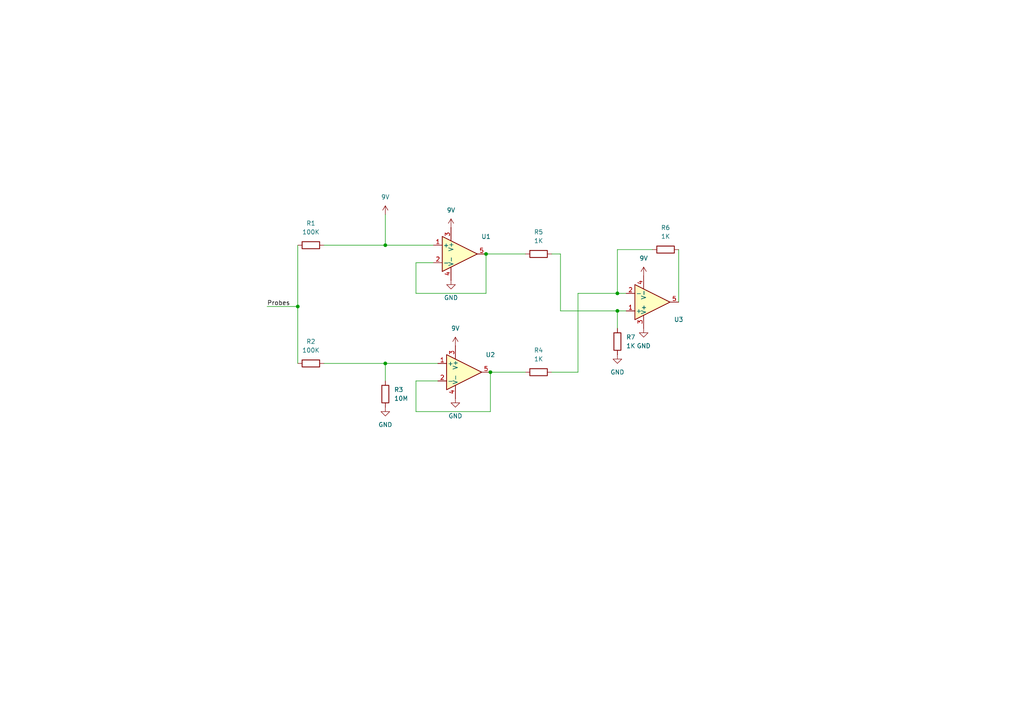
<source format=kicad_sch>
(kicad_sch (version 20231120) (generator "eeschema") (generator_version "8.0")
  (paper "A4")
  (title_block (title "Moisture Sensor Circuit") (date "10/7/24"))
  (lib_symbols
    (symbol "Device:R" (pin_numbers hide) (pin_names (offset 0))
      (property "Reference" "R" (at 2.032 0 90))
      (property "Value" "R" (at 0 0 90))
      (symbol "R_0_1"
        (rectangle (start -1.016 -2.54) (end 1.016 2.54) (stroke (width 0.254)))
      )
      (symbol "R_1_1"
        (pin passive line (at 0 3.81 270) (length 1.27) (name "~") (number "1"))
        (pin passive line (at 0 -3.81 90) (length 1.27) (name "~") (number "2"))
      )
    )
    (symbol "Simulation_SPICE:OPAMP" (pin_names (offset 0.254))
      (property "Reference" "U" (at 3.81 3.175 0))
      (property "Value" "${SIM.PARAMS}" (at 3.81 -3.175 0))
      (symbol "OPAMP_0_1"
        (polyline (pts (xy 5.08 0) (xy -5.08 5.08) (xy -5.08 -5.08) (xy 5.08 0)) (stroke (width 0.254)) (fill (type background)))
      )
      (symbol "OPAMP_1_1"
        (pin input line (at -7.62 2.54 0) (length 2.54) (name "+") (number "1"))
        (pin input line (at -7.62 -2.54 0) (length 2.54) (name "-") (number "2"))
        (pin power_in line (at -2.54 7.62 270) (length 3.81) (name "V+") (number "3"))
        (pin power_in line (at -2.54 -7.62 90) (length 3.81) (name "V-") (number "4"))
        (pin output line (at 7.62 0 180) (length 2.54) (name "~") (number "5"))
      )
    )
    (symbol "power:GND" (power) (pin_numbers hide) (pin_names (offset 0) hide)
      (property "Value" "GND" (at 0 -3.81 0))
      (symbol "GND_0_1"
        (polyline (pts (xy 0 0) (xy 0 -1.27) (xy 1.27 -1.27) (xy 0 -2.54) (xy -1.27 -1.27) (xy 0 -1.27)))
      )
      (symbol "GND_1_1"
        (pin power_in line (at 0 0 270) (length 0) (name "~") (number "1"))
      )
    )
    (symbol "power:VCC" (power) (pin_numbers hide) (pin_names (offset 0) hide)
      (property "Value" "VCC" (at 0 3.556 0))
      (symbol "VCC_0_1"
        (polyline (pts (xy -0.762 1.27) (xy 0 2.54)))
        (polyline (pts (xy 0 0) (xy 0 2.54)))
        (polyline (pts (xy 0 2.54) (xy 0.762 1.27)))
      )
      (symbol "VCC_1_1"
        (pin power_in line (at 0 0 90) (length 0) (name "~") (number "1"))
      )
    )
  )
  (junction (at 142.24 107.95))
  (junction (at 179.07 90.17))
  (junction (at 111.76 71.12))
  (junction (at 179.07 85.09))
  (junction (at 86.36 88.9))
  (junction (at 111.76 105.41))
  (junction (at 140.97 73.66))
  (wire (pts (xy 162.56 73.66) (xy 162.56 90.17)))
  (wire (pts (xy 140.97 73.66) (xy 140.97 85.09)))
  (wire (pts (xy 93.98 71.12) (xy 111.76 71.12)))
  (wire (pts (xy 140.97 73.66) (xy 152.4 73.66)))
  (wire (pts (xy 86.36 88.9) (xy 86.36 105.41)))
  (wire (pts (xy 127 110.49) (xy 120.65 110.49)))
  (wire (pts (xy 189.23 72.39) (xy 179.07 72.39)))
  (wire (pts (xy 179.07 90.17) (xy 181.61 90.17)))
  (wire (pts (xy 86.36 71.12) (xy 86.36 88.9)))
  (wire (pts (xy 179.07 85.09) (xy 181.61 85.09)))
  (wire (pts (xy 120.65 110.49) (xy 120.65 119.38)))
  (wire (pts (xy 120.65 76.2) (xy 120.65 85.09)))
  (wire (pts (xy 120.65 85.09) (xy 140.97 85.09)))
  (wire (pts (xy 93.98 105.41) (xy 111.76 105.41)))
  (wire (pts (xy 142.24 107.95) (xy 152.4 107.95)))
  (wire (pts (xy 160.02 73.66) (xy 162.56 73.66)))
  (wire (pts (xy 162.56 90.17) (xy 179.07 90.17)))
  (wire (pts (xy 120.65 119.38) (xy 142.24 119.38)))
  (wire (pts (xy 167.64 85.09) (xy 179.07 85.09)))
  (wire (pts (xy 125.73 76.2) (xy 120.65 76.2)))
  (wire (pts (xy 142.24 119.38) (xy 142.24 107.95)))
  (wire (pts (xy 179.07 90.17) (xy 179.07 95.25)))
  (wire (pts (xy 111.76 105.41) (xy 127 105.41)))
  (wire (pts (xy 196.85 72.39) (xy 196.85 87.63)))
  (wire (pts (xy 111.76 62.23) (xy 111.76 71.12)))
  (wire (pts (xy 167.64 107.95) (xy 167.64 85.09)))
  (wire (pts (xy 160.02 107.95) (xy 167.64 107.95)))
  (wire (pts (xy 111.76 71.12) (xy 125.73 71.12)))
  (wire (pts (xy 111.76 105.41) (xy 111.76 110.49)))
  (wire (pts (xy 77.47 88.9) (xy 86.36 88.9)))
  (wire (pts (xy 179.07 72.39) (xy 179.07 85.09)))
  (label "Probes" (at 77.47 88.9 0))
  (symbol (lib_id "power:GND") (at 111.76 118.11 0) (unit 1)
    (property "Reference" "#PWR02" (effects (hide yes)))
    (property "Value" "GND" (at 111.76 123.19 0))
    (property "Description" "Power symbol creates a global label with name \"GND\" , ground" (effects (hide yes)))
  )
  (symbol (lib_id "power:VCC") (at 111.76 62.23 0) (unit 1)
    (property "Reference" "#PWR01" (effects (hide yes)))
    (property "Value" "9V" (at 111.76 57.15 0))
    (property "Description" "Power symbol creates a global label with name \"VCC\"" (effects (hide yes)))
  )
  (symbol (lib_id "Device:R") (at 156.21 73.66 90) (unit 1)
    (property "Reference" "R5" (at 156.21 67.31 90))
    (property "Value" "1K" (at 156.21 69.85 90))
    (property "Description" "Resistor" (effects (hide yes)))
  )
  (symbol (lib_id "Device:R") (at 90.17 105.41 90) (unit 1)
    (property "Reference" "R2" (at 90.17 99.06 90))
    (property "Value" "100K" (at 90.17 101.6 90))
    (property "Description" "Resistor" (effects (hide yes)))
  )
  (symbol (lib_id "Device:R") (at 111.76 114.3 180) (unit 1)
    (property "Reference" "R3" (at 114.3 113.0299 0) (effects (justify right)))
    (property "Value" "10M" (at 114.3 115.5699 0) (effects (justify right)))
    (property "Description" "Resistor" (effects (hide yes)))
  )
  (symbol (lib_id "power:GND") (at 130.81 81.28 0) (unit 1)
    (property "Reference" "#PWR04" (effects (hide yes)))
    (property "Value" "GND" (at 130.81 86.36 0))
    (property "Description" "Power symbol creates a global label with name \"GND\" , ground" (effects (hide yes)))
  )
  (symbol (lib_id "power:VCC") (at 130.81 66.04 0) (unit 1)
    (property "Reference" "#PWR07" (effects (hide yes)))
    (property "Value" "9V" (at 130.81 60.96 0))
    (property "Description" "Power symbol creates a global label with name \"VCC\"" (effects (hide yes)))
  )
  (symbol (lib_id "Device:R") (at 179.07 99.06 180) (unit 1)
    (property "Reference" "R7" (at 181.61 97.7899 0) (effects (justify right)))
    (property "Value" "1K" (at 181.61 100.3299 0) (effects (justify right)))
    (property "Description" "Resistor" (effects (hide yes)))
  )
  (symbol (lib_id "power:GND") (at 179.07 102.87 0) (unit 1)
    (property "Reference" "#PWR03" (effects (hide yes)))
    (property "Value" "GND" (at 179.07 107.95 0))
    (property "Description" "Power symbol creates a global label with name \"GND\" , ground" (effects (hide yes)))
  )
  (symbol (lib_id "Simulation_SPICE:OPAMP") (at 133.35 73.66 0) (unit 1)
    (property "Reference" "U1" (at 140.97 68.6114 0))
    (property "Value" "${SIM.PARAMS}" (at 140.97 70.5165 0))
    (property "Datasheet" "https://ngspice.sourceforge.io/docs/ngspice-html-manual/manual.xhtml#sec__SUBCKT_Subcircuits" (effects (hide yes)))
    (property "Description" "Operational amplifier, single, node sequence=1:+ 2:- 3:OUT 4:V+ 5:V-" (effects (hide yes)))
    (property "Sim.Pins" "1=in+ 2=in- 3=vcc 4=vee 5=out" (effects (hide yes)))
    (property "Sim.Device" "SUBCKT" (effects (hide yes)))
    (property "Sim.Library" "${KICAD7_SYMBOL_DIR}/Simulation_SPICE.sp" (effects (hide yes)))
    (property "Sim.Name" "kicad_builtin_opamp" (effects (hide yes)))
  )
  (symbol (lib_id "Simulation_SPICE:OPAMP") (at 189.23 87.63 0) (mirror x) (unit 1)
    (property "Reference" "U3" (at 196.85 92.6786 0))
    (property "Value" "${SIM.PARAMS}" (at 196.85 90.7735 0))
    (property "Datasheet" "https://ngspice.sourceforge.io/docs/ngspice-html-manual/manual.xhtml#sec__SUBCKT_Subcircuits" (effects (hide yes)))
    (property "Description" "Operational amplifier, single, node sequence=1:+ 2:- 3:OUT 4:V+ 5:V-" (effects (hide yes)))
    (property "Sim.Pins" "1=in+ 2=in- 3=vcc 4=vee 5=out" (effects (hide yes)))
    (property "Sim.Device" "SUBCKT" (effects (hide yes)))
    (property "Sim.Library" "${KICAD7_SYMBOL_DIR}/Simulation_SPICE.sp" (effects (hide yes)))
    (property "Sim.Name" "kicad_builtin_opamp" (effects (hide yes)))
  )
  (symbol (lib_id "power:VCC") (at 132.08 100.33 0) (unit 1)
    (property "Reference" "#PWR08" (effects (hide yes)))
    (property "Value" "9V" (at 132.08 95.25 0))
    (property "Description" "Power symbol creates a global label with name \"VCC\"" (effects (hide yes)))
  )
  (symbol (lib_id "power:GND") (at 132.08 115.57 0) (unit 1)
    (property "Reference" "#PWR05" (effects (hide yes)))
    (property "Value" "GND" (at 132.08 120.65 0))
    (property "Description" "Power symbol creates a global label with name \"GND\" , ground" (effects (hide yes)))
  )
  (symbol (lib_id "power:GND") (at 186.69 95.25 0) (unit 1)
    (property "Reference" "#PWR06" (effects (hide yes)))
    (property "Value" "GND" (at 186.69 100.33 0))
    (property "Description" "Power symbol creates a global label with name \"GND\" , ground" (effects (hide yes)))
  )
  (symbol (lib_id "Device:R") (at 156.21 107.95 90) (unit 1)
    (property "Reference" "R4" (at 156.21 101.6 90))
    (property "Value" "1K" (at 156.21 104.14 90))
    (property "Description" "Resistor" (effects (hide yes)))
  )
  (symbol (lib_id "power:VCC") (at 186.69 80.01 0) (unit 1)
    (property "Reference" "#PWR09" (effects (hide yes)))
    (property "Value" "9V" (at 186.69 74.93 0))
    (property "Description" "Power symbol creates a global label with name \"VCC\"" (effects (hide yes)))
  )
  (symbol (lib_id "Simulation_SPICE:OPAMP") (at 134.62 107.95 0) (unit 1)
    (property "Reference" "U2" (at 142.24 102.9014 0))
    (property "Value" "${SIM.PARAMS}" (at 142.24 104.8065 0))
    (property "Datasheet" "https://ngspice.sourceforge.io/docs/ngspice-html-manual/manual.xhtml#sec__SUBCKT_Subcircuits" (effects (hide yes)))
    (property "Description" "Operational amplifier, single, node sequence=1:+ 2:- 3:OUT 4:V+ 5:V-" (effects (hide yes)))
    (property "Sim.Pins" "1=in+ 2=in- 3=vcc 4=vee 5=out" (effects (hide yes)))
    (property "Sim.Device" "SUBCKT" (effects (hide yes)))
    (property "Sim.Library" "${KICAD7_SYMBOL_DIR}/Simulation_SPICE.sp" (effects (hide yes)))
    (property "Sim.Name" "kicad_builtin_opamp" (effects (hide yes)))
  )
  (symbol (lib_id "Device:R") (at 90.17 71.12 90) (unit 1)
    (property "Reference" "R1" (at 90.17 64.77 90))
    (property "Value" "100K" (at 90.17 67.31 90))
    (property "Description" "Resistor" (effects (hide yes)))
  )
  (symbol (lib_id "Device:R") (at 193.04 72.39 90) (unit 1)
    (property "Reference" "R6" (at 193.04 66.04 90))
    (property "Value" "1K" (at 193.04 68.58 90))
    (property "Description" "Resistor" (effects (hide yes)))
  )
)
</source>
